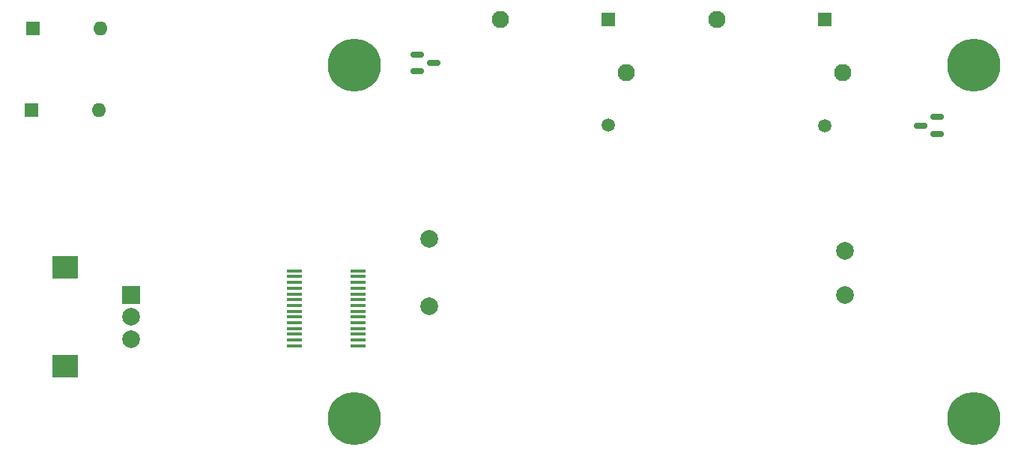
<source format=gbr>
%TF.GenerationSoftware,KiCad,Pcbnew,7.0.7*%
%TF.CreationDate,2023-12-17T16:56:00-07:00*%
%TF.ProjectId,Blank Cu Board,426c616e-6b20-4437-9520-426f6172642e,rev?*%
%TF.SameCoordinates,Original*%
%TF.FileFunction,Soldermask,Top*%
%TF.FilePolarity,Negative*%
%FSLAX46Y46*%
G04 Gerber Fmt 4.6, Leading zero omitted, Abs format (unit mm)*
G04 Created by KiCad (PCBNEW 7.0.7) date 2023-12-17 16:56:00*
%MOMM*%
%LPD*%
G01*
G04 APERTURE LIST*
G04 Aperture macros list*
%AMRoundRect*
0 Rectangle with rounded corners*
0 $1 Rounding radius*
0 $2 $3 $4 $5 $6 $7 $8 $9 X,Y pos of 4 corners*
0 Add a 4 corners polygon primitive as box body*
4,1,4,$2,$3,$4,$5,$6,$7,$8,$9,$2,$3,0*
0 Add four circle primitives for the rounded corners*
1,1,$1+$1,$2,$3*
1,1,$1+$1,$4,$5*
1,1,$1+$1,$6,$7*
1,1,$1+$1,$8,$9*
0 Add four rect primitives between the rounded corners*
20,1,$1+$1,$2,$3,$4,$5,0*
20,1,$1+$1,$4,$5,$6,$7,0*
20,1,$1+$1,$6,$7,$8,$9,0*
20,1,$1+$1,$8,$9,$2,$3,0*%
G04 Aperture macros list end*
%ADD10C,2.000000*%
%ADD11R,1.600000X1.600000*%
%ADD12O,1.600000X1.600000*%
%ADD13RoundRect,0.150000X0.587500X0.150000X-0.587500X0.150000X-0.587500X-0.150000X0.587500X-0.150000X0*%
%ADD14R,1.500000X1.500000*%
%ADD15C,1.950000*%
%ADD16C,1.500000*%
%ADD17R,1.750000X0.450000*%
%ADD18RoundRect,0.150000X-0.587500X-0.150000X0.587500X-0.150000X0.587500X0.150000X-0.587500X0.150000X0*%
%ADD19C,6.000000*%
%ADD20R,2.000000X2.000000*%
%ADD21R,3.000000X2.500000*%
G04 APERTURE END LIST*
D10*
%TO.C,PS1*%
X190320000Y-94480000D03*
X190320000Y-99480000D03*
X143330000Y-100790000D03*
X143320000Y-93170000D03*
%TD*%
D11*
%TO.C,D2*%
X98347500Y-78620000D03*
D12*
X105967500Y-78620000D03*
%TD*%
D13*
%TO.C,Q1*%
X200737500Y-81290000D03*
X200737500Y-79390000D03*
X198862500Y-80340000D03*
%TD*%
D14*
%TO.C,K1*%
X188000000Y-68360000D03*
D15*
X175800000Y-68360000D03*
D16*
X188000000Y-80360000D03*
D15*
X190000000Y-74360000D03*
%TD*%
D14*
%TO.C,K2*%
X163570000Y-68320000D03*
D15*
X151370000Y-68320000D03*
D16*
X163570000Y-80320000D03*
D15*
X165570000Y-74320000D03*
%TD*%
D17*
%TO.C,U1*%
X128090000Y-96780000D03*
X128090000Y-97430000D03*
X128090000Y-98080000D03*
X128090000Y-98730000D03*
X128090000Y-99380000D03*
X128090000Y-100030000D03*
X128090000Y-100680000D03*
X128090000Y-101330000D03*
X128090000Y-101980000D03*
X128090000Y-102630000D03*
X128090000Y-103280000D03*
X128090000Y-103930000D03*
X128090000Y-104580000D03*
X128090000Y-105230000D03*
X135290000Y-105230000D03*
X135290000Y-104580000D03*
X135290000Y-103930000D03*
X135290000Y-103280000D03*
X135290000Y-102630000D03*
X135290000Y-101980000D03*
X135290000Y-101330000D03*
X135290000Y-100680000D03*
X135290000Y-100030000D03*
X135290000Y-99380000D03*
X135290000Y-98730000D03*
X135290000Y-98080000D03*
X135290000Y-97430000D03*
X135290000Y-96780000D03*
%TD*%
D18*
%TO.C,Q2*%
X141930000Y-72330000D03*
X141930000Y-74230000D03*
X143805000Y-73280000D03*
%TD*%
D11*
%TO.C,D1*%
X98505000Y-69330000D03*
D12*
X106125000Y-69330000D03*
%TD*%
D19*
%TO.C,DS1*%
X204830000Y-73480000D03*
X204830000Y-113480000D03*
X134830000Y-113480000D03*
X134830000Y-73480000D03*
%TD*%
D20*
%TO.C,SW1*%
X109640000Y-99490000D03*
D10*
X109640000Y-104490000D03*
X109640000Y-101990000D03*
D21*
X102140000Y-107590000D03*
X102140000Y-96390000D03*
%TD*%
M02*

</source>
